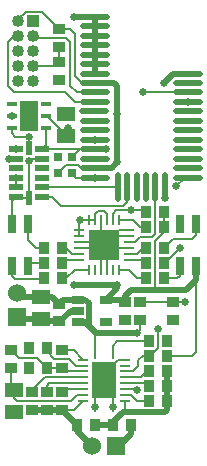
<source format=gtl>
G04 #@! TF.FileFunction,Copper,L1,Top,Signal*
%FSLAX46Y46*%
G04 Gerber Fmt 4.6, Leading zero omitted, Abs format (unit mm)*
G04 Created by KiCad (PCBNEW 4.0.4-stable) date Tuesday, January 03, 2017 'PMt' 07:48:05 PM*
%MOMM*%
%LPD*%
G01*
G04 APERTURE LIST*
%ADD10C,0.100000*%
%ADD11O,2.500000X0.500000*%
%ADD12O,0.500000X2.500000*%
%ADD13R,0.899160X1.000760*%
%ADD14R,1.000760X0.899160*%
%ADD15R,1.498600X1.300480*%
%ADD16R,0.700000X1.500000*%
%ADD17R,1.524000X1.524000*%
%ADD18C,1.524000*%
%ADD19R,0.280000X0.850000*%
%ADD20R,0.850000X0.280000*%
%ADD21R,2.050000X3.050000*%
%ADD22R,1.000000X0.700000*%
%ADD23R,0.850000X0.190000*%
%ADD24R,0.190000X0.850000*%
%ADD25R,2.500000X2.500000*%
%ADD26R,0.700000X0.750000*%
%ADD27R,0.850000X0.450000*%
%ADD28R,1.600000X2.500000*%
%ADD29R,1.145000X0.550000*%
%ADD30R,0.550000X1.145000*%
%ADD31R,1.016000X1.016000*%
%ADD32C,1.016000*%
%ADD33C,0.635000*%
%ADD34C,0.203200*%
%ADD35C,0.508000*%
G04 APERTURE END LIST*
D10*
D11*
X138942000Y-89408000D03*
X138942000Y-90208000D03*
X138942000Y-91008000D03*
X138942000Y-91808000D03*
X138942000Y-92608000D03*
X138942000Y-93408000D03*
X138942000Y-94208000D03*
X138942000Y-95008000D03*
X138942000Y-95808000D03*
X138942000Y-96608000D03*
X138892000Y-97408000D03*
X138942000Y-98208000D03*
X138942000Y-99008000D03*
X138942000Y-99808000D03*
X138942000Y-100608000D03*
X138942000Y-101408000D03*
X138942000Y-102208000D03*
X138942000Y-103008000D03*
D12*
X140867000Y-103808000D03*
X141667000Y-103808000D03*
X142467000Y-103808000D03*
X143267000Y-103808000D03*
X144067000Y-103808000D03*
X144867000Y-103808000D03*
D11*
X146792000Y-103008000D03*
X146792000Y-102208000D03*
X146792000Y-101408000D03*
X146792000Y-100608000D03*
X146792000Y-99808000D03*
X146792000Y-99008000D03*
X146792000Y-98208000D03*
X146792000Y-97408000D03*
X146792000Y-96608000D03*
X146792000Y-95808000D03*
X146792000Y-95008000D03*
X146792000Y-94208000D03*
D13*
X141975840Y-123952000D03*
X140472160Y-123952000D03*
X138927840Y-123952000D03*
X137424160Y-123952000D03*
X145023840Y-120650000D03*
X143520160Y-120650000D03*
X145023840Y-119380000D03*
X143520160Y-119380000D03*
X145023840Y-121920000D03*
X143520160Y-121920000D03*
D14*
X136144000Y-122671840D03*
X136144000Y-121168160D03*
X133604000Y-122671840D03*
X133604000Y-121168160D03*
X134874000Y-122671840D03*
X134874000Y-121168160D03*
D15*
X132080000Y-120967500D03*
X132080000Y-122872500D03*
D14*
X141478000Y-113548160D03*
X141478000Y-115051840D03*
D15*
X136525000Y-97599500D03*
X136525000Y-99504500D03*
D14*
X135890000Y-113675160D03*
X135890000Y-115178840D03*
D15*
X134366000Y-113093500D03*
X134366000Y-114998500D03*
D16*
X133288000Y-106912000D03*
X131888000Y-106912000D03*
X131888000Y-110512000D03*
X133288000Y-110512000D03*
X146112000Y-110512000D03*
X147512000Y-110512000D03*
X147512000Y-106912000D03*
X146112000Y-106912000D03*
D17*
X132334000Y-114808000D03*
D18*
X132334000Y-112808000D03*
D17*
X140716000Y-125730000D03*
D18*
X138716000Y-125730000D03*
D14*
X135890000Y-90434160D03*
X135890000Y-91937840D03*
X135890000Y-93228160D03*
X135890000Y-94731840D03*
D13*
X143520160Y-116840000D03*
X145023840Y-116840000D03*
X145023840Y-118110000D03*
X143520160Y-118110000D03*
X134863840Y-117475000D03*
X133360160Y-117475000D03*
X134863840Y-119126000D03*
X133360160Y-119126000D03*
D14*
X136144000Y-119115840D03*
X136144000Y-117612160D03*
X131826000Y-119115840D03*
X131826000Y-117612160D03*
D13*
X144769840Y-105918000D03*
X143266160Y-105918000D03*
X144769840Y-107188000D03*
X143266160Y-107188000D03*
D14*
X142748000Y-115051840D03*
X142748000Y-113548160D03*
X145542000Y-113548160D03*
X145542000Y-115051840D03*
D13*
X136133840Y-108966000D03*
X134630160Y-108966000D03*
X136133840Y-110236000D03*
X134630160Y-110236000D03*
X136133840Y-111506000D03*
X134630160Y-111506000D03*
X143266160Y-111506000D03*
X144769840Y-111506000D03*
X143266160Y-110236000D03*
X144769840Y-110236000D03*
X143266160Y-108966000D03*
X144769840Y-108966000D03*
D19*
X140450000Y-122428000D03*
X140450000Y-117928000D03*
X138950000Y-117928000D03*
X138950000Y-122428000D03*
D20*
X141450000Y-120428000D03*
X141450000Y-120928000D03*
X141450000Y-121428000D03*
X141450000Y-121928000D03*
X141450000Y-119928000D03*
X141450000Y-119428000D03*
X141450000Y-118928000D03*
X141450000Y-118428000D03*
X137950000Y-118428000D03*
X137950000Y-118928000D03*
X137950000Y-119428000D03*
X137950000Y-119928000D03*
X137950000Y-120428000D03*
X137950000Y-120928000D03*
X137950000Y-121428000D03*
X137950000Y-121928000D03*
D21*
X139700000Y-120178000D03*
D22*
X137484000Y-113350000D03*
X137484000Y-114300000D03*
X137484000Y-115250000D03*
X139884000Y-115250000D03*
X139884000Y-113350000D03*
D23*
X137600000Y-107462000D03*
X137600000Y-107962000D03*
X137600000Y-108462000D03*
X137600000Y-108962000D03*
X137600000Y-109462000D03*
X137600000Y-109962000D03*
D24*
X138450000Y-110812000D03*
X138950000Y-110812000D03*
X139450000Y-110812000D03*
X139950000Y-110812000D03*
X140450000Y-110812000D03*
X140950000Y-110812000D03*
D23*
X141800000Y-109962000D03*
X141800000Y-109462000D03*
X141800000Y-108962000D03*
X141800000Y-108462000D03*
X141800000Y-107962000D03*
X141800000Y-107462000D03*
D24*
X140950000Y-106612000D03*
X140450000Y-106612000D03*
X139950000Y-106612000D03*
X139450000Y-106612000D03*
X138950000Y-106612000D03*
X138450000Y-106612000D03*
D25*
X139700000Y-108712000D03*
D26*
X135798000Y-102656000D03*
X136998000Y-102656000D03*
X136998000Y-101306000D03*
X135798000Y-101306000D03*
D27*
X134800000Y-98790000D03*
X134800000Y-97790000D03*
X134800000Y-96790000D03*
X131900000Y-96790000D03*
X131900000Y-97790000D03*
X131900000Y-98790000D03*
D28*
X133350000Y-97790000D03*
D29*
X132250000Y-100616000D03*
X132250000Y-101416000D03*
X132250000Y-102216000D03*
X132250000Y-103016000D03*
X132250000Y-103816000D03*
X132250000Y-104616000D03*
D30*
X133350000Y-104716000D03*
D29*
X134450000Y-104616000D03*
X134450000Y-103816000D03*
X134450000Y-103016000D03*
X134450000Y-102216000D03*
X134450000Y-101416000D03*
X134450000Y-100616000D03*
D30*
X133350000Y-100516000D03*
D31*
X133731000Y-89789000D03*
D32*
X132461000Y-89789000D03*
X133731000Y-91059000D03*
X132461000Y-91059000D03*
X133731000Y-92329000D03*
X132461000Y-92329000D03*
X133731000Y-93599000D03*
X132461000Y-93599000D03*
X133731000Y-94869000D03*
X132461000Y-94869000D03*
D33*
X140450000Y-122428000D03*
X138950000Y-122428000D03*
X139700000Y-120178000D03*
X131673600Y-101422200D03*
X141478000Y-115051840D03*
X145023840Y-116840000D03*
X145542000Y-115051840D03*
X132080000Y-122872500D03*
X133360160Y-119126000D03*
X133360160Y-117475000D03*
X139700000Y-108712000D03*
X145796000Y-103759000D03*
X138942000Y-103008000D03*
X132250000Y-103016000D03*
X136652000Y-98806000D03*
X135890000Y-94731840D03*
X144780000Y-94996000D03*
X137160000Y-89408000D03*
X142494000Y-116205000D03*
X142494000Y-121031000D03*
X135890000Y-93268800D03*
X143027400Y-95808800D03*
X137718800Y-106629200D03*
X131888000Y-106912000D03*
X137160000Y-112141000D03*
X140843000Y-101727000D03*
X140843000Y-112141000D03*
X132250000Y-100616000D03*
X133375400Y-101650800D03*
X131900000Y-97790000D03*
X136525000Y-97599500D03*
X140843000Y-97663000D03*
X146126200Y-106908600D03*
X146151600Y-108966000D03*
X144272000Y-115824000D03*
X144907000Y-104775000D03*
X142036800Y-105791000D03*
X139852400Y-100609400D03*
X143266160Y-107188000D03*
X135798000Y-101306000D03*
X133350000Y-99568000D03*
X138938000Y-99822000D03*
X146792000Y-96608000D03*
X146558000Y-113538000D03*
D34*
X138950000Y-120928000D02*
X138950000Y-122428000D01*
X141450000Y-118428000D02*
X140931400Y-118428000D01*
X140931400Y-118428000D02*
X139700000Y-119659400D01*
X139700000Y-119659400D02*
X139700000Y-120178000D01*
X138950000Y-120928000D02*
X139700000Y-120178000D01*
X140450000Y-122428000D02*
X140450000Y-120928000D01*
X140450000Y-120928000D02*
X139700000Y-120178000D01*
X132250000Y-101416000D02*
X131679800Y-101416000D01*
X131679800Y-101416000D02*
X131673600Y-101422200D01*
D35*
X134366000Y-114998500D02*
X132524500Y-114998500D01*
X132524500Y-114998500D02*
X132334000Y-114808000D01*
X135890000Y-115178840D02*
X134546340Y-115178840D01*
X134546340Y-115178840D02*
X134366000Y-114998500D01*
X137484000Y-114300000D02*
X136906000Y-114300000D01*
X136906000Y-114300000D02*
X136027160Y-115178840D01*
X136027160Y-115178840D02*
X135890000Y-115178840D01*
D34*
X139950000Y-110812000D02*
X139950000Y-108962000D01*
X139950000Y-108962000D02*
X139700000Y-108712000D01*
X139450000Y-110812000D02*
X139450000Y-108962000D01*
X139450000Y-108962000D02*
X139700000Y-108712000D01*
X141800000Y-108962000D02*
X139950000Y-108962000D01*
X139950000Y-108962000D02*
X139700000Y-108712000D01*
X141800000Y-107962000D02*
X140450000Y-107962000D01*
X140450000Y-107962000D02*
X139700000Y-108712000D01*
X141800000Y-107462000D02*
X140950000Y-107462000D01*
X140950000Y-107462000D02*
X139700000Y-108712000D01*
X139450000Y-106612000D02*
X139450000Y-108462000D01*
X139450000Y-108462000D02*
X139700000Y-108712000D01*
X137600000Y-108962000D02*
X139450000Y-108962000D01*
X139450000Y-108962000D02*
X139700000Y-108712000D01*
X137600000Y-108462000D02*
X139450000Y-108462000D01*
X139450000Y-108462000D02*
X139700000Y-108712000D01*
X146792000Y-103008000D02*
X146547000Y-103008000D01*
X146547000Y-103008000D02*
X145796000Y-103759000D01*
X138942000Y-103008000D02*
X137350000Y-103008000D01*
X137350000Y-103008000D02*
X136998000Y-102656000D01*
X132250000Y-103816000D02*
X132250000Y-103016000D01*
X136525000Y-99504500D02*
X136525000Y-98933000D01*
X136525000Y-98933000D02*
X136652000Y-98806000D01*
D35*
X146792000Y-94208000D02*
X145568000Y-94208000D01*
X145568000Y-94208000D02*
X144780000Y-94996000D01*
X138942000Y-89408000D02*
X137160000Y-89408000D01*
X138942000Y-90208000D02*
X138942000Y-89408000D01*
X138942000Y-91008000D02*
X138942000Y-90208000D01*
X138942000Y-91808000D02*
X138942000Y-91008000D01*
X138942000Y-92608000D02*
X138942000Y-91808000D01*
X138942000Y-93408000D02*
X138942000Y-92608000D01*
X138942000Y-94208000D02*
X138942000Y-93408000D01*
D34*
X136525000Y-99504500D02*
X136525000Y-99415600D01*
X136525000Y-99415600D02*
X134899400Y-97790000D01*
X134899400Y-97790000D02*
X134800000Y-97790000D01*
X142748000Y-115051840D02*
X142748000Y-115951000D01*
X142748000Y-115951000D02*
X142494000Y-116205000D01*
X138950000Y-117928000D02*
X138950000Y-116320000D01*
X138950000Y-116320000D02*
X139065000Y-116205000D01*
D35*
X138430000Y-115570000D02*
X138110000Y-115250000D01*
X138110000Y-115250000D02*
X137484000Y-115250000D01*
X134366000Y-113093500D02*
X132619500Y-113093500D01*
X132619500Y-113093500D02*
X132334000Y-112808000D01*
X134366000Y-113093500D02*
X135308340Y-113093500D01*
X135308340Y-113093500D02*
X135890000Y-113675160D01*
X137484000Y-113350000D02*
X136215160Y-113350000D01*
X136215160Y-113350000D02*
X135890000Y-113675160D01*
X142494000Y-116205000D02*
X139065000Y-116205000D01*
D34*
X141450000Y-120928000D02*
X142391000Y-120928000D01*
X142391000Y-120928000D02*
X142494000Y-121031000D01*
D35*
X138115000Y-113350000D02*
X137484000Y-113350000D01*
X138430000Y-113665000D02*
X138115000Y-113350000D01*
X138430000Y-115570000D02*
X138430000Y-113665000D01*
X139065000Y-116205000D02*
X138430000Y-115570000D01*
D34*
X132461000Y-91059000D02*
X132080000Y-91059000D01*
X132080000Y-91059000D02*
X131572000Y-91567000D01*
X131572000Y-91567000D02*
X131572000Y-95250000D01*
X131572000Y-95250000D02*
X132080000Y-95758000D01*
X132080000Y-95758000D02*
X136398000Y-95758000D01*
X136398000Y-95758000D02*
X137248000Y-96608000D01*
X137248000Y-96608000D02*
X138942000Y-96608000D01*
X133731000Y-91059000D02*
X133858000Y-91186000D01*
X133858000Y-91186000D02*
X136525000Y-91186000D01*
X136525000Y-91186000D02*
X136855200Y-91516200D01*
X136855200Y-91516200D02*
X136855200Y-95275400D01*
X136855200Y-95275400D02*
X137387800Y-95808000D01*
X137387800Y-95808000D02*
X138942000Y-95808000D01*
X133731000Y-90932000D02*
X133985000Y-91186000D01*
X133731000Y-93599000D02*
X135519160Y-93599000D01*
X135519160Y-93599000D02*
X135890000Y-93228160D01*
X146792000Y-95808000D02*
X143028200Y-95808000D01*
X135890000Y-93268800D02*
X135890000Y-93228160D01*
X143028200Y-95808000D02*
X143027400Y-95808800D01*
X135890000Y-93228160D02*
X135890000Y-91937840D01*
X135646160Y-93472000D02*
X135890000Y-93228160D01*
X143520160Y-116840000D02*
X140843000Y-116840000D01*
X140450000Y-117233000D02*
X140450000Y-117928000D01*
X140843000Y-116840000D02*
X140450000Y-117233000D01*
X144769840Y-111506000D02*
X145923000Y-111506000D01*
X146112000Y-111317000D02*
X146112000Y-110512000D01*
X145923000Y-111506000D02*
X146112000Y-111317000D01*
D35*
X140716000Y-125730000D02*
X140970000Y-125730000D01*
X140970000Y-125730000D02*
X141975840Y-124724160D01*
X141975840Y-124724160D02*
X141975840Y-123952000D01*
X145023840Y-120650000D02*
X145023840Y-119380000D01*
X145023840Y-121920000D02*
X145023840Y-120650000D01*
X141287500Y-122872500D02*
X144843500Y-122872500D01*
X145023840Y-122692160D02*
X145023840Y-121920000D01*
X144843500Y-122872500D02*
X145023840Y-122692160D01*
D34*
X141450000Y-121928000D02*
X141450000Y-122710000D01*
X141450000Y-122710000D02*
X141287500Y-122872500D01*
X141287500Y-122872500D02*
X141224000Y-122936000D01*
D35*
X140472160Y-123952000D02*
X140472160Y-123687840D01*
X140472160Y-123687840D02*
X141224000Y-122936000D01*
X138927840Y-123952000D02*
X140472160Y-123952000D01*
D34*
X140218160Y-123901200D02*
X140218160Y-123952000D01*
D35*
X134874000Y-122671840D02*
X136144000Y-122671840D01*
X133604000Y-122671840D02*
X134874000Y-122671840D01*
X138716000Y-125730000D02*
X138684000Y-125730000D01*
X138684000Y-125730000D02*
X137424160Y-124470160D01*
X137424160Y-124470160D02*
X137424160Y-123952000D01*
D34*
X136144000Y-122671840D02*
X137206160Y-122671840D01*
X137206160Y-122671840D02*
X137950000Y-121928000D01*
D35*
X136144000Y-122671840D02*
X137424160Y-123952000D01*
D34*
X141450000Y-120428000D02*
X143298160Y-120428000D01*
X143298160Y-120428000D02*
X143520160Y-120650000D01*
X141450000Y-119928000D02*
X142835000Y-119928000D01*
X142835000Y-119928000D02*
X143383000Y-119380000D01*
X143383000Y-119380000D02*
X143520160Y-119380000D01*
X141450000Y-121428000D02*
X142002000Y-121428000D01*
X142494000Y-121920000D02*
X143520160Y-121920000D01*
X142002000Y-121428000D02*
X142494000Y-121920000D01*
X137950000Y-120928000D02*
X136384160Y-120928000D01*
X136384160Y-120928000D02*
X136144000Y-121168160D01*
X137936160Y-120914160D02*
X137950000Y-120928000D01*
X137950000Y-119928000D02*
X134707000Y-119928000D01*
X133604000Y-121031000D02*
X133604000Y-121168160D01*
X134707000Y-119928000D02*
X133604000Y-121031000D01*
X137950000Y-120428000D02*
X135096000Y-120428000D01*
X134874000Y-120650000D02*
X134874000Y-121168160D01*
X135096000Y-120428000D02*
X134874000Y-120650000D01*
X134874000Y-120904000D02*
X134874000Y-121168160D01*
X131826000Y-119115840D02*
X131826000Y-120713500D01*
X131826000Y-120713500D02*
X132080000Y-120967500D01*
X132334000Y-120713500D02*
X132080000Y-120967500D01*
X137950000Y-121428000D02*
X137398000Y-121428000D01*
X132080000Y-121666000D02*
X132080000Y-120967500D01*
X132334000Y-121920000D02*
X132080000Y-121666000D01*
X136906000Y-121920000D02*
X132334000Y-121920000D01*
X137398000Y-121428000D02*
X136906000Y-121920000D01*
X138950000Y-106612000D02*
X138950000Y-106109200D01*
X139950000Y-106091800D02*
X139950000Y-106612000D01*
X139700000Y-105841800D02*
X139950000Y-106091800D01*
X139217400Y-105841800D02*
X139700000Y-105841800D01*
X138950000Y-106109200D02*
X139217400Y-105841800D01*
X138950000Y-106612000D02*
X138450000Y-106612000D01*
X137600000Y-107462000D02*
X137600000Y-106748000D01*
X137600000Y-106748000D02*
X137718800Y-106629200D01*
X138450000Y-106612000D02*
X137736000Y-106612000D01*
X137736000Y-106612000D02*
X137718800Y-106629200D01*
X137600000Y-107962000D02*
X137600000Y-107462000D01*
X144769840Y-107188000D02*
X144769840Y-105918000D01*
X144769840Y-107188000D02*
X144769840Y-107604560D01*
X144769840Y-107604560D02*
X144018000Y-108356400D01*
X144018000Y-108356400D02*
X144018000Y-112496600D01*
X144018000Y-112496600D02*
X143992600Y-112522000D01*
X145023840Y-118110000D02*
X147193000Y-118110000D01*
X147512000Y-117791000D02*
X147512000Y-111695000D01*
X147193000Y-118110000D02*
X147512000Y-117791000D01*
D35*
X141478000Y-113548160D02*
X141478000Y-113030000D01*
X147512000Y-111695000D02*
X147512000Y-110512000D01*
X146685000Y-112522000D02*
X147512000Y-111695000D01*
X141986000Y-112522000D02*
X143992600Y-112522000D01*
X143992600Y-112522000D02*
X146685000Y-112522000D01*
X141478000Y-113030000D02*
X141986000Y-112522000D01*
D34*
X131888000Y-104978000D02*
X131888000Y-106912000D01*
X132250000Y-104616000D02*
X131888000Y-104978000D01*
D35*
X137160000Y-112141000D02*
X140843000Y-112141000D01*
X139884000Y-113350000D02*
X140843000Y-112391000D01*
X140843000Y-112141000D02*
X140843000Y-112391000D01*
X139884000Y-113350000D02*
X141279840Y-113350000D01*
X141279840Y-113350000D02*
X141478000Y-113548160D01*
D34*
X135798000Y-102656000D02*
X136473000Y-101981000D01*
X137541000Y-101981000D02*
X137768000Y-102208000D01*
X136473000Y-101981000D02*
X137541000Y-101981000D01*
X137768000Y-102208000D02*
X138942000Y-102208000D01*
D35*
X140843000Y-97663000D02*
X140843000Y-101727000D01*
X140362000Y-102208000D02*
X138942000Y-102208000D01*
X140843000Y-101727000D02*
X140362000Y-102208000D01*
D34*
X135798000Y-102656000D02*
X135798000Y-102454000D01*
X133375400Y-101650800D02*
X133375400Y-104690600D01*
X133375400Y-104690600D02*
X133350000Y-104716000D01*
X134450000Y-101416000D02*
X133610200Y-101416000D01*
X133375400Y-101650800D02*
X133610200Y-101416000D01*
X132250000Y-104616000D02*
X132350000Y-104716000D01*
X132350000Y-104716000D02*
X133350000Y-104716000D01*
X136334500Y-97790000D02*
X136525000Y-97599500D01*
X132461000Y-89789000D02*
X132461000Y-89585800D01*
X132461000Y-89585800D02*
X133070600Y-88976200D01*
X133070600Y-88976200D02*
X134432040Y-88976200D01*
X134432040Y-88976200D02*
X135890000Y-90434160D01*
X138942000Y-95008000D02*
X137883200Y-95008000D01*
X137883200Y-95008000D02*
X137287000Y-94411800D01*
X136865360Y-90434160D02*
X135890000Y-90434160D01*
X137287000Y-90855800D02*
X136865360Y-90434160D01*
X137287000Y-94411800D02*
X137287000Y-90855800D01*
D35*
X138942000Y-95008000D02*
X140601000Y-95008000D01*
X140843000Y-95250000D02*
X140601000Y-95008000D01*
X140843000Y-97663000D02*
X140843000Y-95250000D01*
D34*
X134630160Y-108966000D02*
X133985000Y-108966000D01*
X133288000Y-108269000D02*
X133288000Y-106912000D01*
X133985000Y-108966000D02*
X133288000Y-108269000D01*
X134630160Y-111506000D02*
X134503160Y-111633000D01*
X134503160Y-111633000D02*
X132207000Y-111633000D01*
X132207000Y-111633000D02*
X131888000Y-111314000D01*
X131888000Y-111314000D02*
X131888000Y-110512000D01*
X134630160Y-110236000D02*
X133564000Y-110236000D01*
X133564000Y-110236000D02*
X133288000Y-110512000D01*
X144769840Y-108966000D02*
X145531840Y-108204000D01*
X147512000Y-107885000D02*
X147512000Y-106912000D01*
X147193000Y-108204000D02*
X147512000Y-107885000D01*
X145531840Y-108204000D02*
X147193000Y-108204000D01*
X144769840Y-110236000D02*
X144881600Y-110236000D01*
X144881600Y-110236000D02*
X146151600Y-108966000D01*
X146126200Y-106908600D02*
X146112000Y-106912000D01*
X144769840Y-110236000D02*
X144856200Y-110236000D01*
X144272000Y-117475000D02*
X144272000Y-115824000D01*
X143637000Y-118110000D02*
X144272000Y-117475000D01*
X144907000Y-104775000D02*
X144867000Y-104735000D01*
X144867000Y-104735000D02*
X144867000Y-103808000D01*
X143520160Y-118110000D02*
X143637000Y-118110000D01*
X143520160Y-118110000D02*
X143662400Y-118110000D01*
X141450000Y-119428000D02*
X142192000Y-119428000D01*
X143002000Y-118110000D02*
X143520160Y-118110000D01*
X142621000Y-118491000D02*
X143002000Y-118110000D01*
X142621000Y-118999000D02*
X142621000Y-118491000D01*
X142192000Y-119428000D02*
X142621000Y-118999000D01*
X137950000Y-118928000D02*
X137343000Y-118928000D01*
X135509000Y-118364000D02*
X134863840Y-117718840D01*
X136779000Y-118364000D02*
X135509000Y-118364000D01*
X137343000Y-118928000D02*
X136779000Y-118364000D01*
X134863840Y-117718840D02*
X134863840Y-117475000D01*
X134863840Y-117718840D02*
X134863840Y-117602000D01*
X136144000Y-119115840D02*
X136133840Y-119126000D01*
X136133840Y-119126000D02*
X134863840Y-119126000D01*
X134863840Y-119126000D02*
X134051040Y-118313200D01*
X132527040Y-118313200D02*
X131826000Y-117612160D01*
X134051040Y-118313200D02*
X132527040Y-118313200D01*
X137950000Y-119428000D02*
X136456160Y-119428000D01*
X136456160Y-119428000D02*
X136144000Y-119115840D01*
X137950000Y-118428000D02*
X137134160Y-117612160D01*
X137134160Y-117612160D02*
X136144000Y-117612160D01*
X139851000Y-100608000D02*
X139852400Y-100609400D01*
X139851000Y-100608000D02*
X138942000Y-100608000D01*
X143266160Y-105918000D02*
X143139160Y-105791000D01*
X138966000Y-100584000D02*
X138942000Y-100608000D01*
X140450000Y-106612000D02*
X140450000Y-106057000D01*
X140716000Y-105791000D02*
X142036800Y-105791000D01*
X140450000Y-106057000D02*
X140716000Y-105791000D01*
X142036800Y-105791000D02*
X143139160Y-105791000D01*
X143012160Y-105664000D02*
X143266160Y-105918000D01*
X136998000Y-101306000D02*
X136998000Y-101254000D01*
X136998000Y-101254000D02*
X137644000Y-100608000D01*
X137644000Y-100608000D02*
X138942000Y-100608000D01*
X137771000Y-100608000D02*
X138942000Y-100608000D01*
X138942000Y-100608000D02*
X134458000Y-100608000D01*
X134458000Y-100608000D02*
X134450000Y-100616000D01*
X138934000Y-100616000D02*
X138942000Y-100608000D01*
X134800000Y-98790000D02*
X134800000Y-100266000D01*
X134800000Y-100266000D02*
X134450000Y-100616000D01*
X142172000Y-106612000D02*
X142748000Y-107188000D01*
X142748000Y-107188000D02*
X143266160Y-107188000D01*
X140950000Y-106612000D02*
X142172000Y-106612000D01*
X138956000Y-99822000D02*
X138942000Y-99808000D01*
X133350000Y-100516000D02*
X133350000Y-99568000D01*
X131900000Y-99261000D02*
X131900000Y-98790000D01*
X132207000Y-99568000D02*
X131900000Y-99261000D01*
X133350000Y-99568000D02*
X132207000Y-99568000D01*
X138938000Y-99822000D02*
X138942000Y-99808000D01*
X145552160Y-113538000D02*
X146558000Y-113538000D01*
X145552160Y-113538000D02*
X145542000Y-113548160D01*
X142748000Y-113548160D02*
X145542000Y-113548160D01*
X141800000Y-108462000D02*
X142363000Y-108462000D01*
X144018000Y-107797600D02*
X144018000Y-103857000D01*
X143738600Y-108077000D02*
X144018000Y-107797600D01*
X142748000Y-108077000D02*
X143738600Y-108077000D01*
X142363000Y-108462000D02*
X142748000Y-108077000D01*
X144018000Y-103857000D02*
X144067000Y-103808000D01*
X137600000Y-109462000D02*
X137021000Y-109462000D01*
X137021000Y-109462000D02*
X136525000Y-108966000D01*
X136525000Y-108966000D02*
X136133840Y-108966000D01*
X136271000Y-108712000D02*
X136133840Y-108712000D01*
X137600000Y-109962000D02*
X136407840Y-109962000D01*
X136407840Y-109962000D02*
X136133840Y-110236000D01*
X136153840Y-109962000D02*
X136133840Y-109982000D01*
X138450000Y-110812000D02*
X137219000Y-110812000D01*
X137219000Y-110812000D02*
X136525000Y-111506000D01*
X136525000Y-111506000D02*
X136133840Y-111506000D01*
X140950000Y-110812000D02*
X141800000Y-110812000D01*
X142494000Y-111506000D02*
X143266160Y-111506000D01*
X141800000Y-110812000D02*
X142494000Y-111506000D01*
X141800000Y-109962000D02*
X142992160Y-109962000D01*
X142992160Y-109962000D02*
X143266160Y-110236000D01*
X143002000Y-110490000D02*
X143266160Y-110490000D01*
X141800000Y-109462000D02*
X142506000Y-109462000D01*
X142506000Y-109462000D02*
X143002000Y-108966000D01*
X143002000Y-108966000D02*
X143266160Y-108966000D01*
X140867000Y-103808000D02*
X134458000Y-103808000D01*
X134458000Y-103808000D02*
X134450000Y-103816000D01*
X141667000Y-103808000D02*
X141667000Y-105068600D01*
X135273800Y-104616000D02*
X134450000Y-104616000D01*
X136042400Y-105384600D02*
X135273800Y-104616000D01*
X141351000Y-105384600D02*
X136042400Y-105384600D01*
X141667000Y-105068600D02*
X141351000Y-105384600D01*
M02*

</source>
